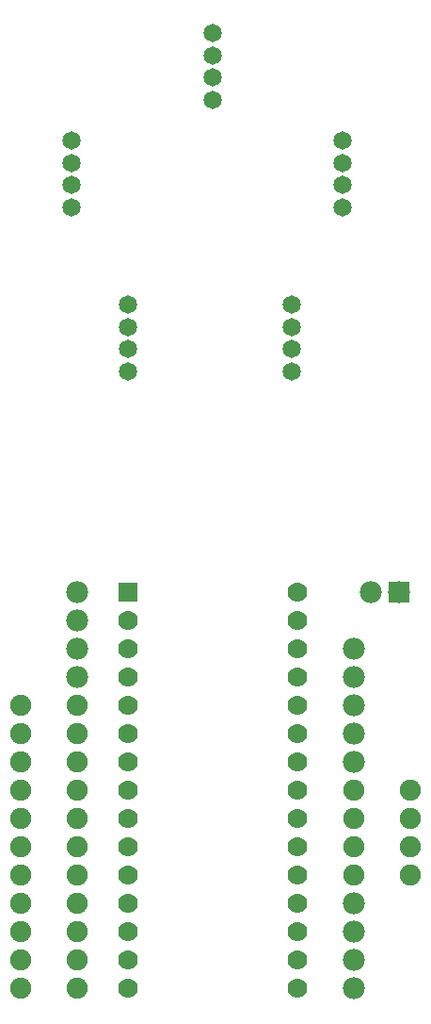
<source format=gtl>
G04 MADE WITH FRITZING*
G04 WWW.FRITZING.ORG*
G04 DOUBLE SIDED*
G04 HOLES PLATED*
G04 CONTOUR ON CENTER OF CONTOUR VECTOR*
%ASAXBY*%
%FSLAX23Y23*%
%MOIN*%
%OFA0B0*%
%SFA1.0B1.0*%
%ADD10C,0.078000*%
%ADD11C,0.070000*%
%ADD12C,0.065000*%
%ADD13C,0.075000*%
%ADD14R,0.069972X0.070000*%
%ADD15R,0.078000X0.078000*%
%LNCOPPER1*%
G90*
G70*
G54D10*
X1903Y1569D03*
X1903Y1469D03*
X1903Y1369D03*
X1903Y1269D03*
X1903Y1169D03*
X1903Y1569D03*
X1903Y1469D03*
X1903Y1369D03*
X1903Y1269D03*
X1903Y1169D03*
X923Y1769D03*
X923Y1669D03*
X923Y1569D03*
X923Y1469D03*
X923Y1769D03*
X923Y1669D03*
X923Y1569D03*
X923Y1469D03*
X1903Y669D03*
X1903Y569D03*
X1903Y469D03*
X1903Y369D03*
X1903Y669D03*
X1903Y569D03*
X1903Y469D03*
X1903Y369D03*
G54D11*
X1103Y1769D03*
X1103Y1669D03*
X1103Y1569D03*
X1103Y1469D03*
X1103Y1369D03*
X1103Y1269D03*
X1103Y1169D03*
X1103Y1069D03*
X1103Y969D03*
X1103Y869D03*
X1103Y769D03*
X1103Y669D03*
X1103Y569D03*
X1103Y469D03*
X1103Y369D03*
X1703Y1769D03*
X1703Y1669D03*
X1703Y1569D03*
X1703Y1469D03*
X1703Y1369D03*
X1703Y1269D03*
X1703Y1169D03*
X1703Y1069D03*
X1703Y969D03*
X1703Y869D03*
X1703Y769D03*
X1703Y669D03*
X1703Y569D03*
X1703Y469D03*
X1703Y369D03*
G54D12*
X1103Y2550D03*
X1103Y2629D03*
X1103Y2707D03*
X1103Y2786D03*
X1863Y3130D03*
X1863Y3209D03*
X1863Y3287D03*
X1863Y3366D03*
X1403Y3510D03*
X1403Y3589D03*
X1403Y3667D03*
X1403Y3746D03*
X903Y3130D03*
X903Y3209D03*
X903Y3287D03*
X903Y3366D03*
X1683Y2550D03*
X1683Y2629D03*
X1683Y2707D03*
X1683Y2786D03*
G54D10*
X2063Y1769D03*
X1963Y1769D03*
G54D13*
X723Y469D03*
X923Y469D03*
X723Y469D03*
X923Y469D03*
X723Y369D03*
X923Y369D03*
X723Y369D03*
X923Y369D03*
X2103Y769D03*
X1903Y769D03*
X2103Y769D03*
X1903Y769D03*
X723Y569D03*
X923Y569D03*
X723Y569D03*
X923Y569D03*
X723Y669D03*
X923Y669D03*
X723Y669D03*
X923Y669D03*
X723Y769D03*
X923Y769D03*
X723Y769D03*
X923Y769D03*
X723Y869D03*
X923Y869D03*
X723Y869D03*
X923Y869D03*
X723Y969D03*
X923Y969D03*
X723Y969D03*
X923Y969D03*
X723Y1069D03*
X923Y1069D03*
X723Y1069D03*
X923Y1069D03*
X2103Y869D03*
X1903Y869D03*
X2103Y869D03*
X1903Y869D03*
X2103Y969D03*
X1903Y969D03*
X2103Y969D03*
X1903Y969D03*
X2103Y1069D03*
X1903Y1069D03*
X2103Y1069D03*
X1903Y1069D03*
X723Y1369D03*
X923Y1369D03*
X723Y1369D03*
X923Y1369D03*
X723Y1269D03*
X923Y1269D03*
X723Y1269D03*
X923Y1269D03*
X723Y1169D03*
X923Y1169D03*
X723Y1169D03*
X923Y1169D03*
G54D14*
X1103Y1769D03*
G54D15*
X2063Y1769D03*
G04 End of Copper1*
M02*
</source>
